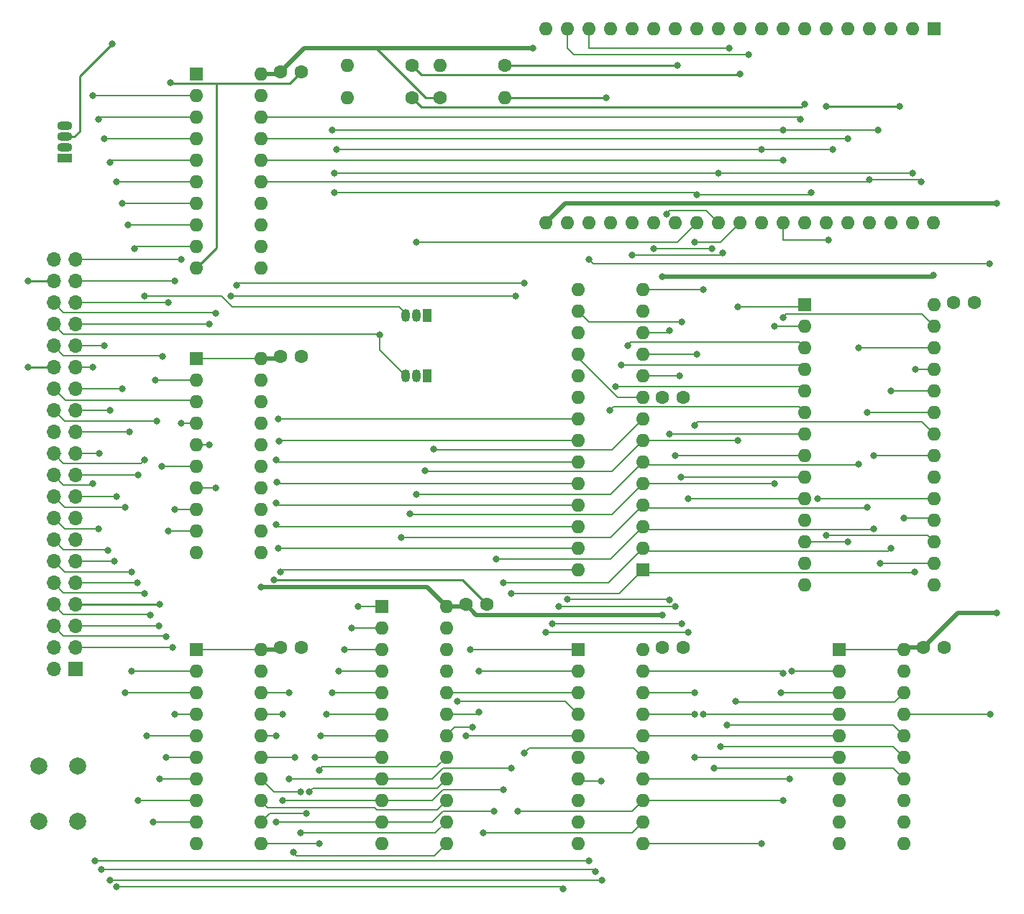
<source format=gbr>
%TF.GenerationSoftware,KiCad,Pcbnew,(5.1.6)-1*%
%TF.CreationDate,2020-08-02T22:15:59-07:00*%
%TF.ProjectId,TRS-IO-M1,5452532d-494f-42d4-9d31-2e6b69636164,rev?*%
%TF.SameCoordinates,Original*%
%TF.FileFunction,Copper,L1,Top*%
%TF.FilePolarity,Positive*%
%FSLAX46Y46*%
G04 Gerber Fmt 4.6, Leading zero omitted, Abs format (unit mm)*
G04 Created by KiCad (PCBNEW (5.1.6)-1) date 2020-08-02 22:15:59*
%MOMM*%
%LPD*%
G01*
G04 APERTURE LIST*
%TA.AperFunction,ComponentPad*%
%ADD10C,2.000000*%
%TD*%
%TA.AperFunction,ComponentPad*%
%ADD11O,1.600000X1.600000*%
%TD*%
%TA.AperFunction,ComponentPad*%
%ADD12C,1.600000*%
%TD*%
%TA.AperFunction,ComponentPad*%
%ADD13O,1.800000X1.070000*%
%TD*%
%TA.AperFunction,ComponentPad*%
%ADD14R,1.800000X1.070000*%
%TD*%
%TA.AperFunction,ComponentPad*%
%ADD15R,1.600000X1.600000*%
%TD*%
%TA.AperFunction,ComponentPad*%
%ADD16R,1.050000X1.500000*%
%TD*%
%TA.AperFunction,ComponentPad*%
%ADD17O,1.050000X1.500000*%
%TD*%
%TA.AperFunction,ComponentPad*%
%ADD18O,1.700000X1.700000*%
%TD*%
%TA.AperFunction,ComponentPad*%
%ADD19R,1.700000X1.700000*%
%TD*%
%TA.AperFunction,ViaPad*%
%ADD20C,0.800000*%
%TD*%
%TA.AperFunction,Conductor*%
%ADD21C,0.200000*%
%TD*%
%TA.AperFunction,Conductor*%
%ADD22C,0.500380*%
%TD*%
%TA.AperFunction,Conductor*%
%ADD23C,0.250000*%
%TD*%
G04 APERTURE END LIST*
D10*
%TO.P,SW1,1*%
%TO.N,GND*%
X42926000Y-66190000D03*
%TO.P,SW1,2*%
%TO.N,BUTTON*%
X38426000Y-66190000D03*
%TO.P,SW1,1*%
%TO.N,GND*%
X42926000Y-59690000D03*
%TO.P,SW1,2*%
%TO.N,BUTTON*%
X38426000Y-59690000D03*
%TD*%
D11*
%TO.P,R4,2*%
%TO.N,BUTTON*%
X93218000Y19050000D03*
D12*
%TO.P,R4,1*%
%TO.N,+3V3*%
X85598000Y19050000D03*
%TD*%
D11*
%TO.P,R3,2*%
%TO.N,Net-(D1-Pad3)*%
X85598000Y22860000D03*
D12*
%TO.P,R3,1*%
%TO.N,LED_BLUE*%
X93218000Y22860000D03*
%TD*%
D11*
%TO.P,R2,2*%
%TO.N,Net-(D1-Pad4)*%
X74676000Y19050000D03*
D12*
%TO.P,R2,1*%
%TO.N,LED_GREEN*%
X82296000Y19050000D03*
%TD*%
D11*
%TO.P,R1,2*%
%TO.N,Net-(D1-Pad1)*%
X74676000Y22860000D03*
D12*
%TO.P,R1,1*%
%TO.N,LED_RED*%
X82296000Y22860000D03*
%TD*%
D13*
%TO.P,D1,4*%
%TO.N,Net-(D1-Pad4)*%
X41402000Y15748000D03*
%TO.P,D1,3*%
%TO.N,Net-(D1-Pad3)*%
X41402000Y14478000D03*
%TO.P,D1,2*%
%TO.N,GND*%
X41402000Y13208000D03*
D14*
%TO.P,D1,1*%
%TO.N,Net-(D1-Pad1)*%
X41402000Y11938000D03*
%TD*%
D15*
%TO.P,U8,1*%
%TO.N,AA0*%
X78740000Y-40874000D03*
D11*
%TO.P,U8,13*%
%TO.N,AA11*%
X86360000Y-68814000D03*
%TO.P,U8,2*%
%TO.N,AA1*%
X78740000Y-43414000D03*
%TO.P,U8,14*%
%TO.N,AA12*%
X86360000Y-66274000D03*
%TO.P,U8,3*%
%TO.N,AA2*%
X78740000Y-45954000D03*
%TO.P,U8,15*%
%TO.N,AA13*%
X86360000Y-63734000D03*
%TO.P,U8,4*%
%TO.N,AA3*%
X78740000Y-48494000D03*
%TO.P,U8,16*%
%TO.N,AA14*%
X86360000Y-61194000D03*
%TO.P,U8,5*%
%TO.N,AA4*%
X78740000Y-51034000D03*
%TO.P,U8,17*%
%TO.N,AA15*%
X86360000Y-58654000D03*
%TO.P,U8,6*%
%TO.N,AA5*%
X78740000Y-53574000D03*
%TO.P,U8,18*%
%TO.N,ADDR_TRS_IO*%
X86360000Y-56114000D03*
%TO.P,U8,7*%
%TO.N,AA6*%
X78740000Y-56114000D03*
%TO.P,U8,19*%
%TO.N,ADDR_FREHD*%
X86360000Y-53574000D03*
%TO.P,U8,8*%
%TO.N,AA7*%
X78740000Y-58654000D03*
%TO.P,U8,20*%
%TO.N,ADDR_0*%
X86360000Y-51034000D03*
%TO.P,U8,9*%
%TO.N,AA8*%
X78740000Y-61194000D03*
%TO.P,U8,21*%
%TO.N,ADDR_1*%
X86360000Y-48494000D03*
%TO.P,U8,10*%
%TO.N,AA9*%
X78740000Y-63734000D03*
%TO.P,U8,22*%
%TO.N,ADDR_2*%
X86360000Y-45954000D03*
%TO.P,U8,11*%
%TO.N,AA10*%
X78740000Y-66274000D03*
%TO.P,U8,23*%
%TO.N,Net-(U8-Pad23)*%
X86360000Y-43414000D03*
%TO.P,U8,12*%
%TO.N,GND*%
X78740000Y-68814000D03*
%TO.P,U8,24*%
%TO.N,+5V*%
X86360000Y-40874000D03*
%TD*%
D16*
%TO.P,Q2,1*%
%TO.N,GND*%
X84074000Y-6604000D03*
D17*
%TO.P,Q2,3*%
%TO.N,INT_N*%
X81534000Y-6604000D03*
%TO.P,Q2,2*%
%TO.N,ESP_INT*%
X82804000Y-6604000D03*
%TD*%
D18*
%TO.P,J1,40*%
%TO.N,5V*%
X40132000Y0D03*
%TO.P,J1,39*%
%TO.N,A2*%
X42672000Y0D03*
%TO.P,J1,38*%
%TO.N,GND*%
X40132000Y-2540000D03*
%TO.P,J1,37*%
%TO.N,A6*%
X42672000Y-2540000D03*
%TO.P,J1,36*%
%TO.N,A5*%
X40132000Y-5080000D03*
%TO.P,J1,35*%
%TO.N,A7*%
X42672000Y-5080000D03*
%TO.P,J1,34*%
%TO.N,WAIT_N*%
X40132000Y-7620000D03*
%TO.P,J1,33*%
%TO.N,A3*%
X42672000Y-7620000D03*
%TO.P,J1,32*%
%TO.N,A4*%
X40132000Y-10160000D03*
%TO.P,J1,31*%
%TO.N,D2*%
X42672000Y-10160000D03*
%TO.P,J1,30*%
%TO.N,GND*%
X40132000Y-12700000D03*
%TO.P,J1,29*%
%TO.N,D0*%
X42672000Y-12700000D03*
%TO.P,J1,28*%
%TO.N,A1*%
X40132000Y-15240000D03*
%TO.P,J1,27*%
%TO.N,D5*%
X42672000Y-15240000D03*
%TO.P,J1,26*%
%TO.N,A0*%
X40132000Y-17780000D03*
%TO.P,J1,25*%
%TO.N,D3*%
X42672000Y-17780000D03*
%TO.P,J1,24*%
%TO.N,TEST_N*%
X40132000Y-20320000D03*
%TO.P,J1,23*%
%TO.N,D6*%
X42672000Y-20320000D03*
%TO.P,J1,22*%
%TO.N,INT_N*%
X40132000Y-22860000D03*
%TO.P,J1,21*%
%TO.N,D1*%
X42672000Y-22860000D03*
%TO.P,J1,20*%
%TO.N,IN_N*%
X40132000Y-25400000D03*
%TO.P,J1,19*%
%TO.N,D7*%
X42672000Y-25400000D03*
%TO.P,J1,18*%
%TO.N,A9*%
X40132000Y-27940000D03*
%TO.P,J1,17*%
%TO.N,D4*%
X42672000Y-27940000D03*
%TO.P,J1,16*%
%TO.N,RD_N*%
X40132000Y-30480000D03*
%TO.P,J1,15*%
%TO.N,MUX*%
X42672000Y-30480000D03*
%TO.P,J1,14*%
%TO.N,WR_N*%
X40132000Y-33020000D03*
%TO.P,J1,13*%
%TO.N,INTACK_N*%
X42672000Y-33020000D03*
%TO.P,J1,12*%
%TO.N,A8*%
X40132000Y-35560000D03*
%TO.P,J1,11*%
%TO.N,OUT_N*%
X42672000Y-35560000D03*
%TO.P,J1,10*%
%TO.N,A11*%
X40132000Y-38100000D03*
%TO.P,J1,9*%
%TO.N,A14*%
X42672000Y-38100000D03*
%TO.P,J1,8*%
%TO.N,A15*%
X40132000Y-40640000D03*
%TO.P,J1,7*%
%TO.N,GND*%
X42672000Y-40640000D03*
%TO.P,J1,6*%
%TO.N,A12*%
X40132000Y-43180000D03*
%TO.P,J1,5*%
%TO.N,A13*%
X42672000Y-43180000D03*
%TO.P,J1,4*%
%TO.N,CAS_N*%
X40132000Y-45720000D03*
%TO.P,J1,3*%
%TO.N,A10*%
X42672000Y-45720000D03*
%TO.P,J1,2*%
%TO.N,RAS_N*%
X40132000Y-48260000D03*
D19*
%TO.P,J1,1*%
%TO.N,SYSRES_N*%
X42672000Y-48260000D03*
%TD*%
D12*
%TO.P,C1,2*%
%TO.N,GND*%
X114260000Y-45720000D03*
%TO.P,C1,1*%
%TO.N,+5V*%
X111760000Y-45720000D03*
%TD*%
%TO.P,C2,1*%
%TO.N,+5V*%
X111760000Y-16256000D03*
%TO.P,C2,2*%
%TO.N,GND*%
X114260000Y-16256000D03*
%TD*%
%TO.P,C3,2*%
%TO.N,GND*%
X91146000Y-40640000D03*
%TO.P,C3,1*%
%TO.N,+5V*%
X88646000Y-40640000D03*
%TD*%
%TO.P,C4,1*%
%TO.N,+3V3*%
X66802000Y22098000D03*
%TO.P,C4,2*%
%TO.N,GND*%
X69302000Y22098000D03*
%TD*%
%TO.P,C5,2*%
%TO.N,GND*%
X144994000Y-45720000D03*
%TO.P,C5,1*%
%TO.N,+3V3*%
X142494000Y-45720000D03*
%TD*%
%TO.P,C6,1*%
%TO.N,+5V*%
X66802000Y-45720000D03*
%TO.P,C6,2*%
%TO.N,GND*%
X69302000Y-45720000D03*
%TD*%
%TO.P,C7,2*%
%TO.N,GND*%
X148550000Y-5080000D03*
%TO.P,C7,1*%
%TO.N,+5V*%
X146050000Y-5080000D03*
%TD*%
%TO.P,C8,1*%
%TO.N,+5V*%
X66802000Y-11430000D03*
%TO.P,C8,2*%
%TO.N,GND*%
X69302000Y-11430000D03*
%TD*%
D17*
%TO.P,Q1,2*%
%TO.N,WAIT*%
X82804000Y-13716000D03*
%TO.P,Q1,3*%
%TO.N,WAIT_N*%
X81534000Y-13716000D03*
D16*
%TO.P,Q1,1*%
%TO.N,GND*%
X84074000Y-13716000D03*
%TD*%
D15*
%TO.P,U1,1*%
%TO.N,Net-(U1-Pad1)*%
X143764000Y27178000D03*
D11*
%TO.P,U1,2*%
%TO.N,Net-(U1-Pad2)*%
X141224000Y27178000D03*
%TO.P,U1,20*%
%TO.N,+3V3*%
X98044000Y4318000D03*
%TO.P,U1,3*%
%TO.N,Net-(U1-Pad3)*%
X138684000Y27178000D03*
%TO.P,U1,21*%
%TO.N,Net-(U1-Pad21)*%
X100584000Y4318000D03*
%TO.P,U1,4*%
%TO.N,DD3*%
X136144000Y27178000D03*
%TO.P,U1,22*%
%TO.N,ESP_READ_N*%
X103124000Y4318000D03*
%TO.P,U1,5*%
%TO.N,Net-(U1-Pad5)*%
X133604000Y27178000D03*
%TO.P,U1,23*%
%TO.N,BUTTON*%
X105664000Y4318000D03*
%TO.P,U1,6*%
%TO.N,Net-(U1-Pad6)*%
X131064000Y27178000D03*
%TO.P,U1,24*%
%TO.N,ESP_S0*%
X108204000Y4318000D03*
%TO.P,U1,7*%
%TO.N,LED_GREEN*%
X128524000Y27178000D03*
%TO.P,U1,25*%
%TO.N,ESP_S1*%
X110744000Y4318000D03*
%TO.P,U1,8*%
%TO.N,DD4*%
X125984000Y27178000D03*
%TO.P,U1,26*%
%TO.N,LED_BLUE*%
X113284000Y4318000D03*
%TO.P,U1,9*%
%TO.N,DD5*%
X123444000Y27178000D03*
%TO.P,U1,27*%
%TO.N,ESP_INT*%
X115824000Y4318000D03*
%TO.P,U1,10*%
%TO.N,LED_RED*%
X120904000Y27178000D03*
%TO.P,U1,28*%
%TO.N,SCK*%
X118364000Y4318000D03*
%TO.P,U1,11*%
%TO.N,DD6*%
X118364000Y27178000D03*
%TO.P,U1,29*%
%TO.N,CS23S17*%
X120904000Y4318000D03*
%TO.P,U1,12*%
%TO.N,DD7*%
X115824000Y27178000D03*
%TO.P,U1,30*%
%TO.N,ESP_WAIT_RELEASE_N*%
X123444000Y4318000D03*
%TO.P,U1,13*%
%TO.N,GND*%
X113284000Y27178000D03*
%TO.P,U1,31*%
%TO.N,DD2*%
X125984000Y4318000D03*
%TO.P,U1,14*%
%TO.N,MOSI*%
X110744000Y27178000D03*
%TO.P,U1,32*%
%TO.N,DD0*%
X128524000Y4318000D03*
%TO.P,U1,15*%
%TO.N,Net-(U1-Pad15)*%
X108204000Y27178000D03*
%TO.P,U1,33*%
%TO.N,GND*%
X131064000Y4318000D03*
%TO.P,U1,16*%
%TO.N,Net-(U1-Pad16)*%
X105664000Y27178000D03*
%TO.P,U1,34*%
%TO.N,DD1*%
X133604000Y4318000D03*
%TO.P,U1,17*%
%TO.N,ESP_MISO*%
X103124000Y27178000D03*
%TO.P,U1,35*%
%TO.N,Net-(U1-Pad35)*%
X136144000Y4318000D03*
%TO.P,U1,18*%
%TO.N,ESP3_SEL_N*%
X100584000Y27178000D03*
%TO.P,U1,36*%
%TO.N,Net-(U1-Pad36)*%
X138684000Y4318000D03*
%TO.P,U1,19*%
%TO.N,GND*%
X98044000Y27178000D03*
%TO.P,U1,37*%
%TO.N,Net-(U1-Pad37)*%
X141224000Y4318000D03*
%TO.P,U1,38*%
%TO.N,+5V*%
X143700500Y4318000D03*
%TD*%
D15*
%TO.P,U2,1*%
%TO.N,AA14*%
X128524000Y-5334000D03*
D11*
%TO.P,U2,15*%
%TO.N,DD3*%
X143764000Y-38354000D03*
%TO.P,U2,2*%
%TO.N,AA12*%
X128524000Y-7874000D03*
%TO.P,U2,16*%
%TO.N,DD4*%
X143764000Y-35814000D03*
%TO.P,U2,3*%
%TO.N,AA7*%
X128524000Y-10414000D03*
%TO.P,U2,17*%
%TO.N,DD5*%
X143764000Y-33274000D03*
%TO.P,U2,4*%
%TO.N,AA6*%
X128524000Y-12954000D03*
%TO.P,U2,18*%
%TO.N,DD6*%
X143764000Y-30734000D03*
%TO.P,U2,5*%
%TO.N,AA5*%
X128524000Y-15494000D03*
%TO.P,U2,19*%
%TO.N,DD7*%
X143764000Y-28194000D03*
%TO.P,U2,6*%
%TO.N,AA4*%
X128524000Y-18034000D03*
%TO.P,U2,20*%
%TO.N,GND*%
X143764000Y-25654000D03*
%TO.P,U2,7*%
%TO.N,AA3*%
X128524000Y-20574000D03*
%TO.P,U2,21*%
%TO.N,AA10*%
X143764000Y-23114000D03*
%TO.P,U2,8*%
%TO.N,AA2*%
X128524000Y-23114000D03*
%TO.P,U2,22*%
%TO.N,SRAM_OE_N*%
X143764000Y-20574000D03*
%TO.P,U2,9*%
%TO.N,AA1*%
X128524000Y-25654000D03*
%TO.P,U2,23*%
%TO.N,AA11*%
X143764000Y-18034000D03*
%TO.P,U2,10*%
%TO.N,AA0*%
X128524000Y-28194000D03*
%TO.P,U2,24*%
%TO.N,AA9*%
X143764000Y-15494000D03*
%TO.P,U2,11*%
%TO.N,DD0*%
X128524000Y-30734000D03*
%TO.P,U2,25*%
%TO.N,AA8*%
X143764000Y-12954000D03*
%TO.P,U2,12*%
%TO.N,DD1*%
X128524000Y-33274000D03*
%TO.P,U2,26*%
%TO.N,AA13*%
X143764000Y-10414000D03*
%TO.P,U2,13*%
%TO.N,DD2*%
X128524000Y-35814000D03*
%TO.P,U2,27*%
%TO.N,SRAM_WE_N*%
X143764000Y-7874000D03*
%TO.P,U2,14*%
%TO.N,GND*%
X128524000Y-38354000D03*
%TO.P,U2,28*%
%TO.N,+5V*%
X143764000Y-5334000D03*
%TD*%
D15*
%TO.P,U3,1*%
%TO.N,AA8*%
X109474000Y-36576000D03*
D11*
%TO.P,U3,15*%
%TO.N,GND*%
X101854000Y-3556000D03*
%TO.P,U3,2*%
%TO.N,AA9*%
X109474000Y-34036000D03*
%TO.P,U3,16*%
%TO.N,GND*%
X101854000Y-6096000D03*
%TO.P,U3,3*%
%TO.N,AA10*%
X109474000Y-31496000D03*
%TO.P,U3,17*%
%TO.N,GND*%
X101854000Y-8636000D03*
%TO.P,U3,4*%
%TO.N,AA11*%
X109474000Y-28956000D03*
%TO.P,U3,18*%
%TO.N,+5V*%
X101854000Y-11176000D03*
%TO.P,U3,5*%
%TO.N,AA12*%
X109474000Y-26416000D03*
%TO.P,U3,19*%
%TO.N,Net-(U3-Pad19)*%
X101854000Y-13716000D03*
%TO.P,U3,6*%
%TO.N,AA13*%
X109474000Y-23876000D03*
%TO.P,U3,20*%
%TO.N,Net-(U3-Pad20)*%
X101854000Y-16256000D03*
%TO.P,U3,7*%
%TO.N,AA14*%
X109474000Y-21336000D03*
%TO.P,U3,21*%
%TO.N,AA0*%
X101854000Y-18796000D03*
%TO.P,U3,8*%
%TO.N,AA15*%
X109474000Y-18796000D03*
%TO.P,U3,22*%
%TO.N,AA1*%
X101854000Y-21336000D03*
%TO.P,U3,9*%
%TO.N,+5V*%
X109474000Y-16256000D03*
%TO.P,U3,23*%
%TO.N,AA2*%
X101854000Y-23876000D03*
%TO.P,U3,10*%
%TO.N,GND*%
X109474000Y-13716000D03*
%TO.P,U3,24*%
%TO.N,AA3*%
X101854000Y-26416000D03*
%TO.P,U3,11*%
%TO.N,CS23S17*%
X109474000Y-11176000D03*
%TO.P,U3,25*%
%TO.N,AA4*%
X101854000Y-28956000D03*
%TO.P,U3,12*%
%TO.N,SCK*%
X109474000Y-8636000D03*
%TO.P,U3,26*%
%TO.N,AA5*%
X101854000Y-31496000D03*
%TO.P,U3,13*%
%TO.N,MOSI*%
X109474000Y-6096000D03*
%TO.P,U3,27*%
%TO.N,AA6*%
X101854000Y-34036000D03*
%TO.P,U3,14*%
%TO.N,MISO*%
X109474000Y-3556000D03*
%TO.P,U3,28*%
%TO.N,AA7*%
X101854000Y-36576000D03*
%TD*%
D15*
%TO.P,U4,1*%
%TO.N,READ_N*%
X56896000Y21844000D03*
D11*
%TO.P,U4,11*%
%TO.N,DD7*%
X64516000Y-1016000D03*
%TO.P,U4,2*%
%TO.N,D0*%
X56896000Y19304000D03*
%TO.P,U4,12*%
%TO.N,DD6*%
X64516000Y1524000D03*
%TO.P,U4,3*%
%TO.N,D1*%
X56896000Y16764000D03*
%TO.P,U4,13*%
%TO.N,DD5*%
X64516000Y4064000D03*
%TO.P,U4,4*%
%TO.N,D2*%
X56896000Y14224000D03*
%TO.P,U4,14*%
%TO.N,DD4*%
X64516000Y6604000D03*
%TO.P,U4,5*%
%TO.N,D3*%
X56896000Y11684000D03*
%TO.P,U4,15*%
%TO.N,DD3*%
X64516000Y9144000D03*
%TO.P,U4,6*%
%TO.N,D4*%
X56896000Y9144000D03*
%TO.P,U4,16*%
%TO.N,DD2*%
X64516000Y11684000D03*
%TO.P,U4,7*%
%TO.N,D5*%
X56896000Y6604000D03*
%TO.P,U4,17*%
%TO.N,DD1*%
X64516000Y14224000D03*
%TO.P,U4,8*%
%TO.N,D6*%
X56896000Y4064000D03*
%TO.P,U4,18*%
%TO.N,DD0*%
X64516000Y16764000D03*
%TO.P,U4,9*%
%TO.N,D7*%
X56896000Y1524000D03*
%TO.P,U4,19*%
%TO.N,DBUS_SEL_N*%
X64516000Y19304000D03*
%TO.P,U4,10*%
%TO.N,GND*%
X56896000Y-1016000D03*
%TO.P,U4,20*%
%TO.N,+3V3*%
X64516000Y21844000D03*
%TD*%
D15*
%TO.P,U5,1*%
%TO.N,+5V*%
X56896000Y-11684000D03*
D11*
%TO.P,U5,11*%
%TO.N,AA7*%
X64516000Y-34544000D03*
%TO.P,U5,2*%
%TO.N,A0*%
X56896000Y-14224000D03*
%TO.P,U5,12*%
%TO.N,AA6*%
X64516000Y-32004000D03*
%TO.P,U5,3*%
%TO.N,A1*%
X56896000Y-16764000D03*
%TO.P,U5,13*%
%TO.N,AA5*%
X64516000Y-29464000D03*
%TO.P,U5,4*%
%TO.N,A2*%
X56896000Y-19304000D03*
%TO.P,U5,14*%
%TO.N,AA4*%
X64516000Y-26924000D03*
%TO.P,U5,5*%
%TO.N,A3*%
X56896000Y-21844000D03*
%TO.P,U5,15*%
%TO.N,AA3*%
X64516000Y-24384000D03*
%TO.P,U5,6*%
%TO.N,A4*%
X56896000Y-24384000D03*
%TO.P,U5,16*%
%TO.N,AA2*%
X64516000Y-21844000D03*
%TO.P,U5,7*%
%TO.N,A5*%
X56896000Y-26924000D03*
%TO.P,U5,17*%
%TO.N,AA1*%
X64516000Y-19304000D03*
%TO.P,U5,8*%
%TO.N,A6*%
X56896000Y-29464000D03*
%TO.P,U5,18*%
%TO.N,AA0*%
X64516000Y-16764000D03*
%TO.P,U5,9*%
%TO.N,A7*%
X56896000Y-32004000D03*
%TO.P,U5,19*%
%TO.N,GND*%
X64516000Y-14224000D03*
%TO.P,U5,10*%
X56896000Y-34544000D03*
%TO.P,U5,20*%
%TO.N,+5V*%
X64516000Y-11684000D03*
%TD*%
D15*
%TO.P,U6,1*%
%TO.N,+5V*%
X56896000Y-45974000D03*
D11*
%TO.P,U6,11*%
%TO.N,AA15*%
X64516000Y-68834000D03*
%TO.P,U6,2*%
%TO.N,A8*%
X56896000Y-48514000D03*
%TO.P,U6,12*%
%TO.N,AA14*%
X64516000Y-66294000D03*
%TO.P,U6,3*%
%TO.N,A9*%
X56896000Y-51054000D03*
%TO.P,U6,13*%
%TO.N,AA13*%
X64516000Y-63754000D03*
%TO.P,U6,4*%
%TO.N,A10*%
X56896000Y-53594000D03*
%TO.P,U6,14*%
%TO.N,AA12*%
X64516000Y-61214000D03*
%TO.P,U6,5*%
%TO.N,A11*%
X56896000Y-56134000D03*
%TO.P,U6,15*%
%TO.N,AA11*%
X64516000Y-58674000D03*
%TO.P,U6,6*%
%TO.N,A12*%
X56896000Y-58674000D03*
%TO.P,U6,16*%
%TO.N,AA10*%
X64516000Y-56134000D03*
%TO.P,U6,7*%
%TO.N,A13*%
X56896000Y-61214000D03*
%TO.P,U6,17*%
%TO.N,AA9*%
X64516000Y-53594000D03*
%TO.P,U6,8*%
%TO.N,A14*%
X56896000Y-63754000D03*
%TO.P,U6,18*%
%TO.N,AA8*%
X64516000Y-51054000D03*
%TO.P,U6,9*%
%TO.N,A15*%
X56896000Y-66294000D03*
%TO.P,U6,19*%
%TO.N,GND*%
X64516000Y-48514000D03*
%TO.P,U6,10*%
X56896000Y-68834000D03*
%TO.P,U6,20*%
%TO.N,+5V*%
X64516000Y-45974000D03*
%TD*%
%TO.P,U7,20*%
%TO.N,+3V3*%
X140208000Y-45974000D03*
%TO.P,U7,10*%
%TO.N,GND*%
X132588000Y-68834000D03*
%TO.P,U7,19*%
X140208000Y-48514000D03*
%TO.P,U7,9*%
%TO.N,Net-(U7-Pad9)*%
X132588000Y-66294000D03*
%TO.P,U7,18*%
%TO.N,ESP3_SEL_N*%
X140208000Y-51054000D03*
%TO.P,U7,8*%
%TO.N,Net-(U7-Pad8)*%
X132588000Y-63754000D03*
%TO.P,U7,17*%
%TO.N,ESP_READ_N*%
X140208000Y-53594000D03*
%TO.P,U7,7*%
%TO.N,Net-(U7-Pad7)*%
X132588000Y-61214000D03*
%TO.P,U7,16*%
%TO.N,ESP_MISO*%
X140208000Y-56134000D03*
%TO.P,U7,6*%
%TO.N,S1*%
X132588000Y-58674000D03*
%TO.P,U7,15*%
%TO.N,ESP_S0*%
X140208000Y-58674000D03*
%TO.P,U7,5*%
%TO.N,S0*%
X132588000Y-56134000D03*
%TO.P,U7,14*%
%TO.N,ESP_S1*%
X140208000Y-61214000D03*
%TO.P,U7,4*%
%TO.N,MISO*%
X132588000Y-53594000D03*
%TO.P,U7,13*%
%TO.N,Net-(U7-Pad13)*%
X140208000Y-63754000D03*
%TO.P,U7,3*%
%TO.N,READ_N*%
X132588000Y-51054000D03*
%TO.P,U7,12*%
%TO.N,Net-(U7-Pad12)*%
X140208000Y-66294000D03*
%TO.P,U7,2*%
%TO.N,ESP_SEL_N*%
X132588000Y-48514000D03*
%TO.P,U7,11*%
%TO.N,Net-(U7-Pad11)*%
X140208000Y-68834000D03*
D15*
%TO.P,U7,1*%
%TO.N,+3V3*%
X132588000Y-45974000D03*
%TD*%
D11*
%TO.P,U9,20*%
%TO.N,+5V*%
X109494000Y-45974000D03*
%TO.P,U9,10*%
%TO.N,GND*%
X101874000Y-68834000D03*
%TO.P,U9,19*%
%TO.N,SRAM_WE_N*%
X109494000Y-48514000D03*
%TO.P,U9,9*%
%TO.N,OUT_N*%
X101874000Y-66294000D03*
%TO.P,U9,18*%
%TO.N,SRAM_OE_N*%
X109494000Y-51054000D03*
%TO.P,U9,8*%
%TO.N,IN_N*%
X101874000Y-63754000D03*
%TO.P,U9,17*%
%TO.N,S1*%
X109494000Y-53594000D03*
%TO.P,U9,7*%
%TO.N,WR_N*%
X101874000Y-61214000D03*
%TO.P,U9,16*%
%TO.N,S0*%
X109494000Y-56134000D03*
%TO.P,U9,6*%
%TO.N,RD_N*%
X101874000Y-58674000D03*
%TO.P,U9,15*%
%TO.N,DBUS_SEL_N*%
X109494000Y-58674000D03*
%TO.P,U9,5*%
%TO.N,ADDR_2*%
X101874000Y-56134000D03*
%TO.P,U9,14*%
%TO.N,ESP_SEL_N*%
X109494000Y-61214000D03*
%TO.P,U9,4*%
%TO.N,ADDR_1*%
X101874000Y-53594000D03*
%TO.P,U9,13*%
%TO.N,READ_N*%
X109494000Y-63754000D03*
%TO.P,U9,3*%
%TO.N,ADDR_0*%
X101874000Y-51054000D03*
%TO.P,U9,12*%
%TO.N,WAIT*%
X109494000Y-66294000D03*
%TO.P,U9,2*%
%TO.N,ADDR_FREHD*%
X101874000Y-48514000D03*
%TO.P,U9,11*%
%TO.N,ESP_WAIT_RELEASE_N*%
X109494000Y-68834000D03*
D15*
%TO.P,U9,1*%
%TO.N,ADDR_TRS_IO*%
X101874000Y-45974000D03*
%TD*%
D20*
%TO.N,GND*%
X114046000Y-7366000D03*
%TO.N,+5V*%
X111760000Y-2032000D03*
X143700500Y-1841500D03*
X111760000Y-41910000D03*
X64516000Y-38608000D03*
%TO.N,GND*%
X52578000Y-40640000D03*
X113792000Y-13716000D03*
X66040000Y-37757810D03*
X37084000Y-12700000D03*
X37084000Y-2540000D03*
X53848000Y20828000D03*
X131064000Y18034000D03*
X139700000Y18034000D03*
%TO.N,+3V3*%
X151130000Y6604000D03*
X151130000Y-41656000D03*
X96520000Y24892000D03*
%TO.N,A10*%
X54102000Y-45720000D03*
X54356000Y-53594000D03*
%TO.N,A12*%
X53340000Y-44450000D03*
X53340000Y-58674000D03*
%TO.N,A13*%
X52516000Y-43180000D03*
X52578000Y-61214000D03*
%TO.N,A15*%
X51500000Y-41910000D03*
X51816000Y-66294000D03*
%TO.N,A11*%
X50800000Y-39370000D03*
X51054000Y-56134000D03*
%TO.N,A14*%
X49976000Y-38100000D03*
X50038000Y-63754000D03*
%TO.N,A8*%
X49276000Y-36830000D03*
X49276000Y-48514000D03*
%TO.N,OUT_N*%
X47244000Y-35560000D03*
X47498000Y-73914000D03*
X100076000Y-74168000D03*
%TO.N,WR_N*%
X46503999Y-34290000D03*
X104648000Y-73152000D03*
X104586000Y-61468000D03*
X46736000Y-73152000D03*
%TO.N,RD_N*%
X45404000Y-31750000D03*
X45720000Y-71882000D03*
X103886000Y-72136000D03*
%TO.N,A9*%
X48514000Y-29210000D03*
X48514000Y-51054000D03*
%TO.N,D4*%
X47504000Y9144000D03*
X47498000Y-27940000D03*
%TO.N,IN_N*%
X44704000Y-26416000D03*
X44958000Y-70866000D03*
X103124000Y-70866000D03*
%TO.N,D7*%
X49604000Y1270000D03*
X50038000Y-25400000D03*
%TO.N,INT_N*%
X50800000Y-4318000D03*
X50800000Y-23622000D03*
%TO.N,D1*%
X45404000Y16510000D03*
X45466000Y-22860000D03*
%TO.N,D6*%
X48904000Y4064000D03*
X49022000Y-20320000D03*
%TO.N,A0*%
X52256000Y-19050000D03*
X52070000Y-14224000D03*
%TO.N,D3*%
X46804000Y11430000D03*
X46736000Y-17780000D03*
%TO.N,D5*%
X48204000Y6604000D03*
X48204000Y-15240000D03*
%TO.N,D0*%
X44704000Y-12700000D03*
X44704000Y19304000D03*
%TO.N,A4*%
X52956000Y-11430000D03*
X52832000Y-24384000D03*
%TO.N,D2*%
X46104000Y14224000D03*
X46104000Y-10160000D03*
%TO.N,WAIT_N*%
X78486000Y-8890000D03*
%TO.N,A3*%
X58420000Y-7620000D03*
X58420000Y-21844000D03*
%TO.N,A5*%
X59182000Y-6350000D03*
X59182000Y-26924000D03*
%TO.N,A7*%
X53656000Y-5080000D03*
X53594000Y-32004000D03*
%TO.N,A6*%
X54356000Y-2540000D03*
X54356000Y-29464000D03*
%TO.N,A2*%
X55118000Y0D03*
X55118000Y-19304000D03*
%TO.N,WAIT*%
X90678000Y-67564000D03*
%TO.N,ESP_INT*%
X82804000Y2032000D03*
%TO.N,ESP_READ_N*%
X103124000Y0D03*
X150279810Y-508000D03*
X150368000Y-53594000D03*
%TO.N,ESP_S0*%
X118618000Y-57404000D03*
X118872000Y762000D03*
X108204000Y508000D03*
%TO.N,ESP_S1*%
X117856000Y-59944000D03*
X117602000Y1270000D03*
X110744000Y1270000D03*
%TO.N,SCK*%
X112610190Y-8382000D03*
X112268000Y5334000D03*
%TO.N,CS23S17*%
X115824000Y-11176000D03*
X115570000Y2032000D03*
%TO.N,ESP_WAIT_RELEASE_N*%
X123444000Y-68834000D03*
%TO.N,ESP_MISO*%
X119380000Y-54864000D03*
X119634000Y24892000D03*
%TO.N,ESP3_SEL_N*%
X120396000Y-52070000D03*
X121920000Y24130000D03*
%TO.N,READ_N*%
X94742000Y-65024000D03*
X94488000Y-4318000D03*
X60960000Y-4318000D03*
X125984000Y-63754000D03*
X125730000Y-51054000D03*
%TO.N,ESP_SEL_N*%
X126746000Y-61214000D03*
X127000000Y-48514000D03*
%TO.N,MISO*%
X116586000Y-53594000D03*
X116586000Y-3556000D03*
%TO.N,S1*%
X115570000Y-53594000D03*
X115570000Y-58674000D03*
%TO.N,DD3*%
X136144000Y9398000D03*
X142240000Y9144000D03*
%TO.N,DD4*%
X72898000Y15240000D03*
X125984000Y15240000D03*
X137160000Y15240000D03*
X137414000Y-35814000D03*
%TO.N,DD5*%
X73406000Y12954000D03*
X123444000Y12954000D03*
X131064000Y-32534001D03*
X131826000Y12954000D03*
%TO.N,DD6*%
X73152000Y10160000D03*
X118364000Y10160000D03*
X141224000Y10160000D03*
X140208000Y-30480000D03*
%TO.N,DD7*%
X73152000Y7874000D03*
X115824000Y7620000D03*
X129286000Y7874000D03*
X130048000Y-28194000D03*
%TO.N,DD2*%
X125984000Y11684000D03*
X131318000Y2286000D03*
%TO.N,DD0*%
X128016000Y16510000D03*
%TO.N,DD1*%
X133604000Y14224000D03*
X133604000Y-33274000D03*
%TO.N,AA14*%
X69918000Y-65278000D03*
X70218003Y-62738000D03*
X83820000Y-24892000D03*
X120650000Y-21336000D03*
X120650000Y-5588000D03*
%TO.N,AA12*%
X69218000Y-62738000D03*
X69218000Y-67564000D03*
X82042000Y-29972000D03*
X124968000Y-26416000D03*
X124968000Y-7874000D03*
%TO.N,AA7*%
X70866000Y-58674000D03*
X66802000Y-36830000D03*
X107696000Y-10160000D03*
%TO.N,AA6*%
X71566000Y-56134000D03*
X66548000Y-34036000D03*
X106996000Y-12446000D03*
%TO.N,AA5*%
X72266000Y-53594000D03*
X66294000Y-31242000D03*
X106296000Y-14986000D03*
%TO.N,AA4*%
X72966000Y-51054000D03*
X66294000Y-28702000D03*
X105596000Y-17780000D03*
%TO.N,AA3*%
X73666000Y-48514000D03*
X66421000Y-26289000D03*
X100584000Y-40070000D03*
X112610190Y-40132000D03*
X112610190Y-20574000D03*
%TO.N,AA10*%
X66294000Y-56134000D03*
X66294000Y-66294000D03*
X91948000Y-65024000D03*
X92202000Y-35306000D03*
X136714000Y-31750000D03*
X136652000Y-23114000D03*
%TO.N,AA2*%
X74366000Y-45974000D03*
X66294000Y-23622000D03*
X99568000Y-40894000D03*
X113284000Y-40894000D03*
X113310190Y-23114000D03*
%TO.N,SRAM_OE_N*%
X115570000Y-51054000D03*
X115570000Y-19558000D03*
%TO.N,AA1*%
X75184000Y-43434000D03*
X66675000Y-21463000D03*
X98806000Y-42926000D03*
X114046000Y-42926000D03*
X114010190Y-25654000D03*
%TO.N,AA11*%
X68518000Y-58674000D03*
X68326000Y-69850000D03*
X81026000Y-32766000D03*
X135890000Y-29210000D03*
X135890000Y-18034000D03*
%TO.N,AA0*%
X75946000Y-40894000D03*
X66548000Y-18796000D03*
X98044000Y-43942000D03*
X114808000Y-43942000D03*
X114808000Y-28194000D03*
%TO.N,AA9*%
X67056000Y-53594000D03*
X67056000Y-63754000D03*
X93047999Y-62484000D03*
X93047999Y-38100000D03*
X138684000Y-34036000D03*
X138684000Y-15494000D03*
%TO.N,AA8*%
X67818000Y-51054000D03*
X67818000Y-61214000D03*
X93980000Y-59944000D03*
X93980000Y-39370000D03*
X141478000Y-36830000D03*
X141624001Y-12954000D03*
%TO.N,AA13*%
X82804000Y-27686000D03*
X134874000Y-24130000D03*
X134874000Y-10414000D03*
%TO.N,SRAM_WE_N*%
X125984000Y-48768000D03*
X125984000Y-6858000D03*
%TO.N,AA15*%
X71374000Y-68834000D03*
X71374000Y-60198000D03*
X84836000Y-22352000D03*
%TO.N,DBUS_SEL_N*%
X95504000Y-58166000D03*
X95504000Y-2794000D03*
X61660000Y-3048000D03*
%TO.N,ADDR_TRS_IO*%
X89408000Y-55118000D03*
X89154000Y-45974000D03*
%TO.N,ADDR_FREHD*%
X90170000Y-53340000D03*
X90170000Y-48514000D03*
%TO.N,ADDR_1*%
X87630000Y-52070000D03*
%TO.N,ADDR_2*%
X88646000Y-56134000D03*
%TO.N,BUTTON*%
X105156000Y19050000D03*
%TO.N,LED_GREEN*%
X128524000Y18288000D03*
%TO.N,LED_BLUE*%
X113538000Y22860000D03*
%TO.N,LED_RED*%
X120904000Y21844000D03*
%TO.N,Net-(D1-Pad3)*%
X46990000Y25400000D03*
%TD*%
D21*
%TO.N,GND*%
X107188000Y-7366000D02*
X107188000Y-7366000D01*
D22*
%TO.N,+5V*%
X111760000Y-2032000D02*
X143510000Y-2032000D01*
X143510000Y-2032000D02*
X143700500Y-1841500D01*
X88412000Y-40874000D02*
X88646000Y-40640000D01*
X86360000Y-40874000D02*
X88412000Y-40874000D01*
X66548000Y-45974000D02*
X66802000Y-45720000D01*
X64516000Y-45974000D02*
X66548000Y-45974000D01*
X89896191Y-41890191D02*
X111740191Y-41890191D01*
X88646000Y-40640000D02*
X89896191Y-41890191D01*
X111740191Y-41890191D02*
X111760000Y-41910000D01*
X84094000Y-38608000D02*
X86360000Y-40874000D01*
X64516000Y-38608000D02*
X84094000Y-38608000D01*
X66548000Y-11684000D02*
X66802000Y-11430000D01*
X64516000Y-11684000D02*
X66548000Y-11684000D01*
D21*
X101854000Y-11580002D02*
X101854000Y-11176000D01*
X106529998Y-16256000D02*
X101854000Y-11580002D01*
X109474000Y-16256000D02*
X106529998Y-16256000D01*
X64516000Y-11684000D02*
X56896000Y-11684000D01*
X64516000Y-45974000D02*
X56896000Y-45974000D01*
D23*
%TO.N,GND*%
X42672000Y-40640000D02*
X52578000Y-40640000D01*
D21*
X103124000Y-7366000D02*
X101854000Y-6096000D01*
X114046000Y-7366000D02*
X103124000Y-7366000D01*
X109474000Y-13716000D02*
X113792000Y-13716000D01*
D23*
X91146000Y-40640000D02*
X88263810Y-37757810D01*
X88263810Y-37757810D02*
X66040000Y-37757810D01*
X40132000Y-12700000D02*
X37084000Y-12700000D01*
X40132000Y-2540000D02*
X37084000Y-2540000D01*
X67922999Y20718999D02*
X59291001Y20718999D01*
X69302000Y22098000D02*
X67922999Y20718999D01*
X59291001Y1379001D02*
X56896000Y-1016000D01*
X59291001Y20718999D02*
X59291001Y1379001D01*
X59291001Y20718999D02*
X53957001Y20718999D01*
X53957001Y20718999D02*
X53848000Y20828000D01*
X131064000Y18034000D02*
X139700000Y18034000D01*
D22*
%TO.N,+3V3*%
X98044000Y4318000D02*
X100330000Y6604000D01*
X100330000Y6604000D02*
X151130000Y6604000D01*
X140462000Y-45720000D02*
X140208000Y-45974000D01*
X142494000Y-45720000D02*
X140462000Y-45720000D01*
X142494000Y-45720000D02*
X146558000Y-41656000D01*
X146558000Y-41656000D02*
X151130000Y-41656000D01*
X69596000Y24892000D02*
X66802000Y22098000D01*
X66548000Y21844000D02*
X66802000Y22098000D01*
X64516000Y21844000D02*
X66548000Y21844000D01*
D21*
X140208000Y-45974000D02*
X132588000Y-45974000D01*
D23*
X83961002Y19050000D02*
X78119002Y24892000D01*
X78119002Y24892000D02*
X77724000Y24892000D01*
X85598000Y19050000D02*
X83961002Y19050000D01*
D22*
X96520000Y24892000D02*
X77724000Y24892000D01*
X77724000Y24892000D02*
X69596000Y24892000D01*
D21*
%TO.N,A10*%
X42672000Y-45720000D02*
X54102000Y-45720000D01*
X54356000Y-53594000D02*
X56896000Y-53594000D01*
%TO.N,A12*%
X53220001Y-44330001D02*
X53340000Y-44450000D01*
X40132000Y-43180000D02*
X41282001Y-44330001D01*
X41282001Y-44330001D02*
X53220001Y-44330001D01*
X53340000Y-58674000D02*
X56896000Y-58674000D01*
%TO.N,A13*%
X42672000Y-43180000D02*
X52516000Y-43180000D01*
X52578000Y-61214000D02*
X56896000Y-61214000D01*
%TO.N,A15*%
X40132000Y-40640000D02*
X41282001Y-41790001D01*
X51380001Y-41790001D02*
X51500000Y-41910000D01*
X41282001Y-41790001D02*
X51380001Y-41790001D01*
X51816000Y-66294000D02*
X56896000Y-66294000D01*
%TO.N,A11*%
X50680001Y-39250001D02*
X50800000Y-39370000D01*
X40132000Y-38100000D02*
X41282001Y-39250001D01*
X41282001Y-39250001D02*
X50680001Y-39250001D01*
X51054000Y-56134000D02*
X56896000Y-56134000D01*
%TO.N,A14*%
X42672000Y-38100000D02*
X49976000Y-38100000D01*
X50038000Y-63754000D02*
X56896000Y-63754000D01*
%TO.N,A8*%
X40132000Y-35560000D02*
X41402000Y-36830000D01*
X41402000Y-36830000D02*
X49276000Y-36830000D01*
X49276000Y-48514000D02*
X56896000Y-48514000D01*
%TO.N,OUT_N*%
X42672000Y-35560000D02*
X47244000Y-35560000D01*
X47498000Y-73914000D02*
X99822000Y-73914000D01*
X99822000Y-73914000D02*
X100076000Y-74168000D01*
%TO.N,WR_N*%
X46384000Y-34170001D02*
X46503999Y-34290000D01*
X40132000Y-33020000D02*
X41282001Y-34170001D01*
X41282001Y-34170001D02*
X46384000Y-34170001D01*
X102128000Y-61468000D02*
X101874000Y-61214000D01*
X104586000Y-61468000D02*
X102128000Y-61468000D01*
X46736000Y-73152000D02*
X104648000Y-73152000D01*
%TO.N,RD_N*%
X40132000Y-30480000D02*
X41402000Y-31750000D01*
X41402000Y-31750000D02*
X45404000Y-31750000D01*
X45720000Y-71882000D02*
X103632000Y-71882000D01*
X103632000Y-71882000D02*
X103886000Y-72136000D01*
%TO.N,A9*%
X40132000Y-27940000D02*
X41402000Y-29210000D01*
X41402000Y-29210000D02*
X48514000Y-29210000D01*
X48514000Y-51054000D02*
X56896000Y-51054000D01*
%TO.N,D4*%
X56896000Y9144000D02*
X47504000Y9144000D01*
X47498000Y-27940000D02*
X42672000Y-27940000D01*
%TO.N,IN_N*%
X44569999Y-26550001D02*
X44704000Y-26416000D01*
X40132000Y-25400000D02*
X41282001Y-26550001D01*
X41282001Y-26550001D02*
X44569999Y-26550001D01*
X44958000Y-70866000D02*
X103124000Y-70866000D01*
%TO.N,D7*%
X56896000Y1524000D02*
X49858000Y1524000D01*
X49858000Y1524000D02*
X49604000Y1270000D01*
X50038000Y-25400000D02*
X42672000Y-25400000D01*
%TO.N,INT_N*%
X40132000Y-22860000D02*
X40969998Y-22860000D01*
X81534000Y-6604000D02*
X81534000Y-6350000D01*
X81534000Y-6350000D02*
X80772000Y-5588000D01*
X59923998Y-4318000D02*
X50800000Y-4318000D01*
X80772000Y-5588000D02*
X61193998Y-5588000D01*
X61193998Y-5588000D02*
X59923998Y-4318000D01*
X41282001Y-24010001D02*
X40132000Y-22860000D01*
X50411999Y-24010001D02*
X41282001Y-24010001D01*
X50800000Y-23622000D02*
X50411999Y-24010001D01*
%TO.N,D1*%
X56896000Y16764000D02*
X45658000Y16764000D01*
X45658000Y16764000D02*
X45404000Y16510000D01*
X45466000Y-22860000D02*
X42672000Y-22860000D01*
%TO.N,D6*%
X56896000Y4064000D02*
X48904000Y4064000D01*
X49022000Y-20320000D02*
X42672000Y-20320000D01*
%TO.N,A0*%
X40132000Y-17780000D02*
X41402000Y-19050000D01*
X41402000Y-19050000D02*
X52256000Y-19050000D01*
X52070000Y-14224000D02*
X56896000Y-14224000D01*
%TO.N,D3*%
X56896000Y11684000D02*
X47058000Y11684000D01*
X47058000Y11684000D02*
X46804000Y11430000D01*
X46736000Y-17780000D02*
X42672000Y-17780000D01*
%TO.N,A1*%
X56761999Y-16629999D02*
X56896000Y-16764000D01*
X41521999Y-16629999D02*
X56761999Y-16629999D01*
X40132000Y-15240000D02*
X41521999Y-16629999D01*
%TO.N,D5*%
X56896000Y6604000D02*
X48204000Y6604000D01*
X48204000Y-15240000D02*
X42672000Y-15240000D01*
%TO.N,D0*%
X42672000Y-12700000D02*
X44704000Y-12700000D01*
X44704000Y19304000D02*
X56896000Y19304000D01*
%TO.N,A4*%
X52836001Y-11310001D02*
X52956000Y-11430000D01*
X40132000Y-10160000D02*
X41282001Y-11310001D01*
X41282001Y-11310001D02*
X52836001Y-11310001D01*
X52832000Y-24384000D02*
X56896000Y-24384000D01*
%TO.N,D2*%
X56896000Y14224000D02*
X46104000Y14224000D01*
X46104000Y-10160000D02*
X42672000Y-10160000D01*
%TO.N,WAIT_N*%
X78366001Y-8770001D02*
X78486000Y-8890000D01*
X40132000Y-7620000D02*
X41282001Y-8770001D01*
X41282001Y-8770001D02*
X78366001Y-8770001D01*
X78486000Y-10668000D02*
X81534000Y-13716000D01*
X78486000Y-8890000D02*
X78486000Y-10668000D01*
%TO.N,A3*%
X42672000Y-7620000D02*
X58420000Y-7620000D01*
X58420000Y-21844000D02*
X56896000Y-21844000D01*
%TO.N,A5*%
X59062001Y-6230001D02*
X59182000Y-6350000D01*
X40132000Y-5080000D02*
X41282001Y-6230001D01*
X41282001Y-6230001D02*
X59062001Y-6230001D01*
X59182000Y-26924000D02*
X56896000Y-26924000D01*
%TO.N,A7*%
X42672000Y-5080000D02*
X53656000Y-5080000D01*
X53594000Y-32004000D02*
X56896000Y-32004000D01*
%TO.N,A6*%
X42672000Y-2540000D02*
X54356000Y-2540000D01*
X54356000Y-29464000D02*
X56896000Y-29464000D01*
%TO.N,A2*%
X42672000Y0D02*
X55118000Y0D01*
X55118000Y-19304000D02*
X56896000Y-19304000D01*
%TO.N,WAIT*%
X109494000Y-66294000D02*
X108224000Y-67564000D01*
X108224000Y-67564000D02*
X90678000Y-67564000D01*
%TO.N,ESP_INT*%
X113538000Y2032000D02*
X115824000Y4318000D01*
X82804000Y2032000D02*
X113538000Y2032000D01*
%TO.N,ESP_READ_N*%
X103124000Y0D02*
X103632000Y-508000D01*
X103632000Y-508000D02*
X150279810Y-508000D01*
X150368000Y-53594000D02*
X140208000Y-53594000D01*
%TO.N,ESP_S0*%
X140208000Y-58674000D02*
X138938000Y-57404000D01*
X138938000Y-57404000D02*
X118618000Y-57404000D01*
X118872000Y762000D02*
X118618000Y508000D01*
X118618000Y508000D02*
X108204000Y508000D01*
%TO.N,ESP_S1*%
X140208000Y-61214000D02*
X138938000Y-59944000D01*
X138938000Y-59944000D02*
X117856000Y-59944000D01*
X117602000Y1270000D02*
X110744000Y1270000D01*
%TO.N,SCK*%
X109474000Y-8636000D02*
X112356190Y-8636000D01*
X112356190Y-8636000D02*
X112610190Y-8382000D01*
X116948001Y5733999D02*
X118364000Y4318000D01*
X112667999Y5733999D02*
X116948001Y5733999D01*
X112268000Y5334000D02*
X112667999Y5733999D01*
%TO.N,CS23S17*%
X109474000Y-11176000D02*
X115824000Y-11176000D01*
X118618000Y2032000D02*
X120904000Y4318000D01*
X115570000Y2032000D02*
X118618000Y2032000D01*
%TO.N,ESP_WAIT_RELEASE_N*%
X109494000Y-68834000D02*
X123444000Y-68834000D01*
%TO.N,ESP_MISO*%
X140208000Y-56134000D02*
X138938000Y-54864000D01*
X138938000Y-54864000D02*
X119380000Y-54864000D01*
X103124000Y24892000D02*
X103124000Y27178000D01*
X119634000Y24892000D02*
X103124000Y24892000D01*
%TO.N,ESP3_SEL_N*%
X120480001Y-52154001D02*
X120396000Y-52070000D01*
X140208000Y-51054000D02*
X139107999Y-52154001D01*
X139107999Y-52154001D02*
X120480001Y-52154001D01*
X121920000Y24130000D02*
X101346000Y24130000D01*
X100584000Y24892000D02*
X100584000Y27178000D01*
X101346000Y24130000D02*
X100584000Y24892000D01*
%TO.N,READ_N*%
X109494000Y-63754000D02*
X108224000Y-65024000D01*
X108224000Y-65024000D02*
X94742000Y-65024000D01*
X94488000Y-4318000D02*
X60960000Y-4318000D01*
X109494000Y-63754000D02*
X125984000Y-63754000D01*
X125730000Y-51054000D02*
X132588000Y-51054000D01*
%TO.N,ESP_SEL_N*%
X109494000Y-61214000D02*
X126746000Y-61214000D01*
X127000000Y-48514000D02*
X132588000Y-48514000D01*
%TO.N,MISO*%
X132588000Y-53594000D02*
X116586000Y-53594000D01*
X116586000Y-3556000D02*
X109474000Y-3556000D01*
%TO.N,S0*%
X109494000Y-56134000D02*
X132588000Y-56134000D01*
%TO.N,S1*%
X109494000Y-53594000D02*
X115570000Y-53594000D01*
X115570000Y-58674000D02*
X132588000Y-58674000D01*
%TO.N,DD3*%
X64516000Y9144000D02*
X135890000Y9144000D01*
X135890000Y9144000D02*
X136144000Y9398000D01*
X136144000Y9398000D02*
X141986000Y9398000D01*
X141986000Y9398000D02*
X142240000Y9144000D01*
%TO.N,DD4*%
X72898000Y15240000D02*
X125984000Y15240000D01*
X125984000Y15240000D02*
X137160000Y15240000D01*
X137414000Y-35814000D02*
X143764000Y-35814000D01*
%TO.N,DD5*%
X73406000Y12954000D02*
X123444000Y12954000D01*
X143764000Y-33274000D02*
X143024001Y-32534001D01*
X143024001Y-32534001D02*
X131064000Y-32534001D01*
X131826000Y12954000D02*
X123444000Y12954000D01*
%TO.N,DD6*%
X73152000Y10160000D02*
X118364000Y10160000D01*
X118364000Y10160000D02*
X141224000Y10160000D01*
X143510000Y-30480000D02*
X143764000Y-30734000D01*
X140208000Y-30480000D02*
X143510000Y-30480000D01*
%TO.N,DD7*%
X73152000Y7874000D02*
X115570000Y7874000D01*
X115570000Y7874000D02*
X115824000Y7620000D01*
X115824000Y7620000D02*
X129032000Y7620000D01*
X129032000Y7620000D02*
X129286000Y7874000D01*
X130048000Y-28194000D02*
X143764000Y-28194000D01*
%TO.N,DD2*%
X64516000Y11684000D02*
X125984000Y11684000D01*
X125984000Y4318000D02*
X125984000Y2286000D01*
X125984000Y2286000D02*
X131318000Y2286000D01*
%TO.N,DD0*%
X64516000Y16764000D02*
X127762000Y16764000D01*
X127762000Y16764000D02*
X128016000Y16510000D01*
%TO.N,DD1*%
X64516000Y14224000D02*
X133604000Y14224000D01*
X133604000Y-33274000D02*
X128524000Y-33274000D01*
%TO.N,AA14*%
X86340000Y-61214000D02*
X86360000Y-61194000D01*
X64516000Y-66294000D02*
X65532000Y-65278000D01*
X65532000Y-65278000D02*
X69918000Y-65278000D01*
X85259999Y-62294001D02*
X86360000Y-61194000D01*
X70662002Y-62294001D02*
X85259999Y-62294001D01*
X70218003Y-62738000D02*
X70662002Y-62294001D01*
X83904001Y-24976001D02*
X83820000Y-24892000D01*
X109474000Y-21336000D02*
X105833999Y-24976001D01*
X105833999Y-24976001D02*
X83904001Y-24976001D01*
X109474000Y-21336000D02*
X120650000Y-21336000D01*
X128270000Y-5588000D02*
X128524000Y-5334000D01*
X120650000Y-5588000D02*
X128270000Y-5588000D01*
%TO.N,AA12*%
X64516000Y-61214000D02*
X66040000Y-62738000D01*
X66040000Y-62738000D02*
X69218000Y-62738000D01*
X85070000Y-67564000D02*
X86360000Y-66274000D01*
X69218000Y-67564000D02*
X85070000Y-67564000D01*
X82126001Y-30056001D02*
X82042000Y-29972000D01*
X109474000Y-26416000D02*
X105833999Y-30056001D01*
X105833999Y-30056001D02*
X82126001Y-30056001D01*
X109474000Y-26416000D02*
X124968000Y-26416000D01*
X124968000Y-7874000D02*
X128524000Y-7874000D01*
%TO.N,AA7*%
X78720000Y-58674000D02*
X78740000Y-58654000D01*
X70866000Y-58674000D02*
X78720000Y-58674000D01*
X67056000Y-36576000D02*
X66802000Y-36830000D01*
X101854000Y-36576000D02*
X67056000Y-36576000D01*
X127870001Y-9760001D02*
X128524000Y-10414000D01*
X108095999Y-9760001D02*
X127870001Y-9760001D01*
X107696000Y-10160000D02*
X108095999Y-9760001D01*
%TO.N,AA6*%
X78720000Y-56134000D02*
X78740000Y-56114000D01*
X71566000Y-56134000D02*
X78720000Y-56134000D01*
X101854000Y-34036000D02*
X66548000Y-34036000D01*
X128016000Y-12446000D02*
X128524000Y-12954000D01*
X106996000Y-12446000D02*
X128016000Y-12446000D01*
%TO.N,AA5*%
X78720000Y-53594000D02*
X78740000Y-53574000D01*
X72266000Y-53594000D02*
X78720000Y-53594000D01*
X101854000Y-31496000D02*
X66548000Y-31496000D01*
X66548000Y-31496000D02*
X66294000Y-31242000D01*
X128016000Y-14986000D02*
X128524000Y-15494000D01*
X106296000Y-14986000D02*
X128016000Y-14986000D01*
%TO.N,AA4*%
X78720000Y-51054000D02*
X78740000Y-51034000D01*
X72966000Y-51054000D02*
X78720000Y-51054000D01*
X66548000Y-28956000D02*
X66294000Y-28702000D01*
X101854000Y-28956000D02*
X66548000Y-28956000D01*
X127870001Y-17380001D02*
X128524000Y-18034000D01*
X105995999Y-17380001D02*
X127870001Y-17380001D01*
X105596000Y-17780000D02*
X105995999Y-17380001D01*
%TO.N,AA3*%
X78720000Y-48514000D02*
X78740000Y-48494000D01*
X73666000Y-48514000D02*
X78720000Y-48514000D01*
X66548000Y-26416000D02*
X66421000Y-26289000D01*
X101854000Y-26416000D02*
X66548000Y-26416000D01*
X100584000Y-40070000D02*
X112548190Y-40070000D01*
X112548190Y-40070000D02*
X112610190Y-40132000D01*
X112610190Y-20574000D02*
X128524000Y-20574000D01*
%TO.N,AA10*%
X64516000Y-56134000D02*
X66294000Y-56134000D01*
X78720000Y-66294000D02*
X78740000Y-66274000D01*
X66294000Y-66294000D02*
X78720000Y-66294000D01*
X85981998Y-65024000D02*
X91948000Y-65024000D01*
X78740000Y-66274000D02*
X84731998Y-66274000D01*
X84731998Y-66274000D02*
X85981998Y-65024000D01*
X105664000Y-35306000D02*
X109474000Y-31496000D01*
X92202000Y-35306000D02*
X105664000Y-35306000D01*
X136629999Y-31834001D02*
X136714000Y-31750000D01*
X109474000Y-31496000D02*
X109812001Y-31834001D01*
X109812001Y-31834001D02*
X136629999Y-31834001D01*
X136652000Y-23114000D02*
X143764000Y-23114000D01*
%TO.N,AA2*%
X78720000Y-45974000D02*
X78740000Y-45954000D01*
X74366000Y-45974000D02*
X78720000Y-45974000D01*
X66548000Y-23876000D02*
X66294000Y-23622000D01*
X101854000Y-23876000D02*
X66548000Y-23876000D01*
X99568000Y-40894000D02*
X113284000Y-40894000D01*
X113310190Y-23114000D02*
X128524000Y-23114000D01*
%TO.N,SRAM_OE_N*%
X109494000Y-51054000D02*
X115570000Y-51054000D01*
X142348001Y-19158001D02*
X143764000Y-20574000D01*
X115969999Y-19158001D02*
X142348001Y-19158001D01*
X115570000Y-19558000D02*
X115969999Y-19158001D01*
%TO.N,AA1*%
X78720000Y-43434000D02*
X78740000Y-43414000D01*
X75184000Y-43434000D02*
X78720000Y-43434000D01*
X66802000Y-21336000D02*
X66675000Y-21463000D01*
X101854000Y-21336000D02*
X66802000Y-21336000D01*
X98806000Y-42926000D02*
X114046000Y-42926000D01*
X114010190Y-25654000D02*
X128524000Y-25654000D01*
%TO.N,AA11*%
X64516000Y-58674000D02*
X68518000Y-58674000D01*
X84924001Y-70249999D02*
X86360000Y-68814000D01*
X68725999Y-70249999D02*
X84924001Y-70249999D01*
X68326000Y-69850000D02*
X68725999Y-70249999D01*
X109474000Y-28956000D02*
X105664000Y-32766000D01*
X105664000Y-32766000D02*
X81026000Y-32766000D01*
X135805999Y-29294001D02*
X135890000Y-29210000D01*
X109474000Y-28956000D02*
X109812001Y-29294001D01*
X109812001Y-29294001D02*
X135805999Y-29294001D01*
X135890000Y-18034000D02*
X143764000Y-18034000D01*
%TO.N,AA0*%
X78720000Y-40894000D02*
X78740000Y-40874000D01*
X75946000Y-40894000D02*
X78720000Y-40894000D01*
X101854000Y-18796000D02*
X66548000Y-18796000D01*
X98044000Y-43942000D02*
X114808000Y-43942000D01*
X114808000Y-28194000D02*
X128524000Y-28194000D01*
%TO.N,AA9*%
X64516000Y-53594000D02*
X67056000Y-53594000D01*
X78720000Y-63754000D02*
X78740000Y-63734000D01*
X67056000Y-63754000D02*
X78720000Y-63754000D01*
X85981998Y-62484000D02*
X93047999Y-62484000D01*
X78740000Y-63734000D02*
X84731998Y-63734000D01*
X84731998Y-63734000D02*
X85981998Y-62484000D01*
X105410000Y-38100000D02*
X109474000Y-34036000D01*
X93047999Y-38100000D02*
X105410000Y-38100000D01*
X138345999Y-34374001D02*
X138684000Y-34036000D01*
X109474000Y-34036000D02*
X109812001Y-34374001D01*
X109812001Y-34374001D02*
X138345999Y-34374001D01*
X138684000Y-15494000D02*
X143764000Y-15494000D01*
%TO.N,AA8*%
X64516000Y-51054000D02*
X67818000Y-51054000D01*
X78720000Y-61214000D02*
X78740000Y-61194000D01*
X67818000Y-61214000D02*
X78720000Y-61214000D01*
X85981998Y-59944000D02*
X93980000Y-59944000D01*
X78740000Y-61194000D02*
X84731998Y-61194000D01*
X84731998Y-61194000D02*
X85981998Y-59944000D01*
X106680000Y-39370000D02*
X109474000Y-36576000D01*
X93980000Y-39370000D02*
X106680000Y-39370000D01*
X141393999Y-36914001D02*
X141478000Y-36830000D01*
X109474000Y-36576000D02*
X109812001Y-36914001D01*
X109812001Y-36914001D02*
X141393999Y-36914001D01*
X141624001Y-12954000D02*
X143764000Y-12954000D01*
%TO.N,AA13*%
X85259999Y-64834001D02*
X86360000Y-63734000D01*
X77955997Y-64577999D02*
X78211999Y-64834001D01*
X78211999Y-64834001D02*
X85259999Y-64834001D01*
X65339999Y-64577999D02*
X77955997Y-64577999D01*
X64516000Y-63754000D02*
X65339999Y-64577999D01*
X109474000Y-23876000D02*
X105664000Y-27686000D01*
X105664000Y-27686000D02*
X82804000Y-27686000D01*
X134789999Y-24214001D02*
X134874000Y-24130000D01*
X109474000Y-23876000D02*
X109812001Y-24214001D01*
X109812001Y-24214001D02*
X134789999Y-24214001D01*
X134874000Y-10414000D02*
X143764000Y-10414000D01*
%TO.N,SRAM_WE_N*%
X109494000Y-48514000D02*
X125730000Y-48514000D01*
X125730000Y-48514000D02*
X125984000Y-48768000D01*
X142348001Y-6458001D02*
X143764000Y-7874000D01*
X126383999Y-6458001D02*
X142348001Y-6458001D01*
X125984000Y-6858000D02*
X126383999Y-6458001D01*
%TO.N,AA15*%
X86340000Y-58674000D02*
X86360000Y-58654000D01*
X64516000Y-68834000D02*
X71374000Y-68834000D01*
X85215999Y-59798001D02*
X86360000Y-58654000D01*
X71773999Y-59798001D02*
X85215999Y-59798001D01*
X71374000Y-60198000D02*
X71773999Y-59798001D01*
X84920001Y-22436001D02*
X84836000Y-22352000D01*
X109474000Y-18796000D02*
X105833999Y-22436001D01*
X105833999Y-22436001D02*
X84920001Y-22436001D01*
%TO.N,DBUS_SEL_N*%
X96096001Y-57573999D02*
X95504000Y-58166000D01*
X109494000Y-58674000D02*
X108393999Y-57573999D01*
X108393999Y-57573999D02*
X96096001Y-57573999D01*
X95504000Y-2794000D02*
X61914000Y-2794000D01*
X61914000Y-2794000D02*
X61660000Y-3048000D01*
%TO.N,ADDR_TRS_IO*%
X86360000Y-56114000D02*
X87356000Y-55118000D01*
X87356000Y-55118000D02*
X89408000Y-55118000D01*
X89154000Y-45974000D02*
X101874000Y-45974000D01*
%TO.N,ADDR_FREHD*%
X86360000Y-53574000D02*
X89936000Y-53574000D01*
X89936000Y-53574000D02*
X90170000Y-53340000D01*
X90170000Y-48514000D02*
X101874000Y-48514000D01*
%TO.N,ADDR_0*%
X101854000Y-51034000D02*
X101874000Y-51054000D01*
X86360000Y-51034000D02*
X101854000Y-51034000D01*
%TO.N,ADDR_1*%
X100350000Y-52070000D02*
X101874000Y-53594000D01*
X87630000Y-52070000D02*
X100350000Y-52070000D01*
%TO.N,ADDR_2*%
X88646000Y-56134000D02*
X101874000Y-56134000D01*
D23*
%TO.N,BUTTON*%
X105156000Y19050000D02*
X93218000Y19050000D01*
%TO.N,LED_GREEN*%
X128160999Y17924999D02*
X128524000Y18288000D01*
X82296000Y19050000D02*
X83421001Y17924999D01*
X83421001Y17924999D02*
X128160999Y17924999D01*
%TO.N,LED_BLUE*%
X113538000Y22860000D02*
X93218000Y22860000D01*
%TO.N,LED_RED*%
X120794999Y21734999D02*
X120904000Y21844000D01*
X82296000Y22860000D02*
X83421001Y21734999D01*
X83421001Y21734999D02*
X120794999Y21734999D01*
%TO.N,Net-(D1-Pad3)*%
X42552000Y14478000D02*
X43180000Y15106000D01*
X41402000Y14478000D02*
X42552000Y14478000D01*
X43180000Y15106000D02*
X43180000Y21590000D01*
X43180000Y21590000D02*
X46990000Y25400000D01*
%TD*%
M02*

</source>
